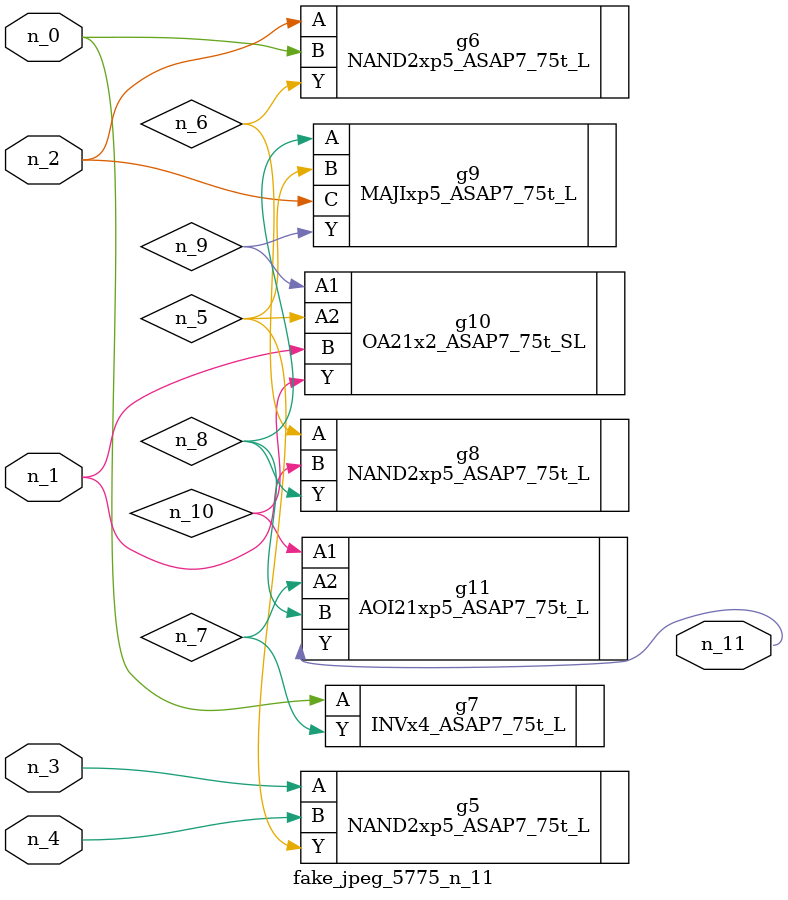
<source format=v>
module fake_jpeg_5775_n_11 (n_3, n_2, n_1, n_0, n_4, n_11);

input n_3;
input n_2;
input n_1;
input n_0;
input n_4;

output n_11;

wire n_10;
wire n_8;
wire n_9;
wire n_6;
wire n_5;
wire n_7;

NAND2xp5_ASAP7_75t_L g5 ( 
.A(n_3),
.B(n_4),
.Y(n_5)
);

NAND2xp5_ASAP7_75t_L g6 ( 
.A(n_2),
.B(n_0),
.Y(n_6)
);

INVx4_ASAP7_75t_L g7 ( 
.A(n_0),
.Y(n_7)
);

NAND2xp5_ASAP7_75t_L g8 ( 
.A(n_6),
.B(n_1),
.Y(n_8)
);

MAJIxp5_ASAP7_75t_L g9 ( 
.A(n_8),
.B(n_5),
.C(n_2),
.Y(n_9)
);

OA21x2_ASAP7_75t_SL g10 ( 
.A1(n_9),
.A2(n_5),
.B(n_1),
.Y(n_10)
);

AOI21xp5_ASAP7_75t_L g11 ( 
.A1(n_10),
.A2(n_7),
.B(n_8),
.Y(n_11)
);


endmodule
</source>
